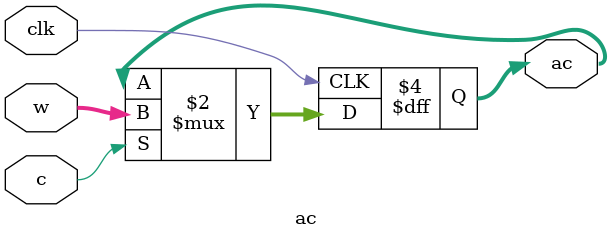
<source format=v>
/*
	Accumulator (AC register)

	document: 12-006368-01-8A
	unit:     P-A3-2
	pages:    2-77
*/

module ac(
	input clk,
	input c,
	input [0:15] w,
	output reg [0:15] ac
);

	always @ (posedge clk) begin
		if (c) ac <= w;
	end

endmodule

// vim: tabstop=2 shiftwidth=2 autoindent noexpandtab

</source>
